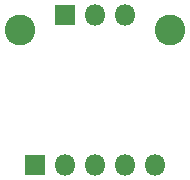
<source format=gbs>
G04 #@! TF.GenerationSoftware,KiCad,Pcbnew,(5.0.0-rc2-dev-444-g2974a2c10)*
G04 #@! TF.CreationDate,2019-08-03T11:43:22-07:00*
G04 #@! TF.ProjectId,AD5245_breakout,4144353234355F627265616B6F75742E,v01*
G04 #@! TF.SameCoordinates,Original*
G04 #@! TF.FileFunction,Soldermask,Bot*
G04 #@! TF.FilePolarity,Negative*
%FSLAX46Y46*%
G04 Gerber Fmt 4.6, Leading zero omitted, Abs format (unit mm)*
G04 Created by KiCad (PCBNEW (5.0.0-rc2-dev-444-g2974a2c10)) date 08/03/19 11:43:22*
%MOMM*%
%LPD*%
G01*
G04 APERTURE LIST*
%ADD10C,2.601600*%
%ADD11O,1.801600X1.801600*%
%ADD12R,1.801600X1.801600*%
G04 APERTURE END LIST*
D10*
X109220000Y-71120000D03*
X121920000Y-71120000D03*
D11*
X120650000Y-82550000D03*
X118110000Y-82550000D03*
X115570000Y-82550000D03*
X113030000Y-82550000D03*
D12*
X110490000Y-82550000D03*
D11*
X118110000Y-69850000D03*
X115570000Y-69850000D03*
D12*
X113030000Y-69850000D03*
M02*

</source>
